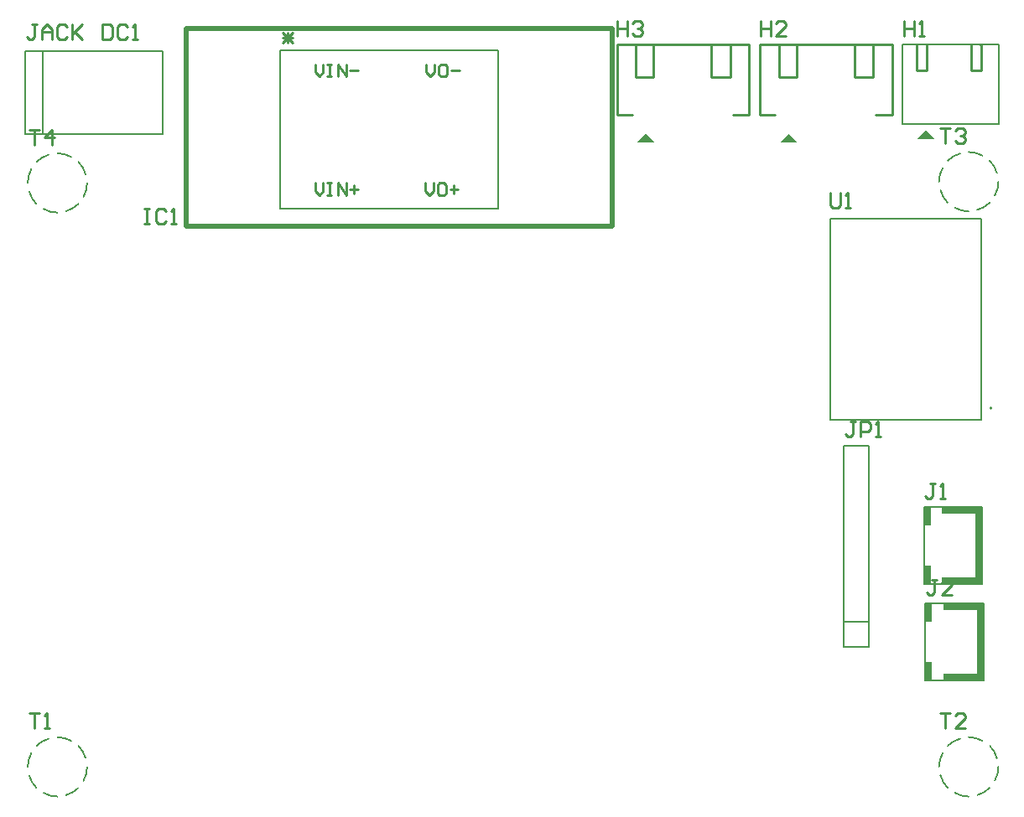
<source format=gto>
G04*
G04 #@! TF.GenerationSoftware,Altium Limited,Altium Designer,22.10.1 (41)*
G04*
G04 Layer_Color=65535*
%FSLAX24Y24*%
%MOIN*%
G70*
G04*
G04 #@! TF.SameCoordinates,5266F301-D4F6-43A7-B3E8-B4584DB96D65*
G04*
G04*
G04 #@! TF.FilePolarity,Positive*
G04*
G01*
G75*
%ADD10C,0.0079*%
%ADD11C,0.0100*%
%ADD12C,0.0197*%
%ADD13C,0.0070*%
%ADD14C,0.0050*%
%ADD15R,0.0276X0.0748*%
%ADD16R,0.1614X0.0276*%
%ADD17R,0.0276X0.3071*%
G36*
X36906Y38752D02*
X37616D01*
X37266Y39102D01*
Y39112D01*
X36906Y38752D01*
D02*
G37*
G36*
X42598D02*
X43308D01*
X42958Y39102D01*
Y39112D01*
X42598Y38752D01*
D02*
G37*
G36*
X48036Y38912D02*
X48746D01*
X48396Y39262D01*
Y39272D01*
X48036Y38912D01*
D02*
G37*
D10*
X14426Y14958D02*
G03*
X13875Y15106I-551J-955D01*
G01*
X13534Y15045D02*
G03*
X13040Y14760I285J-1065D01*
G01*
X12841Y14476D02*
G03*
X12694Y13925I955J-551D01*
G01*
X12754Y13584D02*
G03*
X13040Y13090I1065J285D01*
G01*
X13324Y12891D02*
G03*
X13875Y12744I551J955D01*
G01*
X14216Y12804D02*
G03*
X14710Y13090I-285J1065D01*
G01*
X14908Y13374D02*
G03*
X15056Y13925I-955J551D01*
G01*
X14995Y14266D02*
G03*
X14710Y14760I-1065J-285D01*
G01*
X51216Y14266D02*
G03*
X50930Y14760I-1065J-285D01*
G01*
X51129Y13374D02*
G03*
X51276Y13925I-955J551D01*
G01*
X50436Y12804D02*
G03*
X50930Y13090I-285J1065D01*
G01*
X49544Y12891D02*
G03*
X50095Y12744I551J955D01*
G01*
X48975Y13584D02*
G03*
X49260Y13090I1065J285D01*
G01*
X49062Y14476D02*
G03*
X48914Y13925I955J-551D01*
G01*
X49754Y15045D02*
G03*
X49260Y14760I285J-1065D01*
G01*
X50646Y14958D02*
G03*
X50095Y15106I-551J-955D01*
G01*
X51216Y37543D02*
G03*
X50930Y38038I-1065J-285D01*
G01*
X51129Y36651D02*
G03*
X51276Y37202I-955J551D01*
G01*
X50436Y36082D02*
G03*
X50930Y36367I-285J1065D01*
G01*
X49544Y36169D02*
G03*
X50095Y36021I551J955D01*
G01*
X48975Y36861D02*
G03*
X49260Y36367I1065J285D01*
G01*
X49062Y37754D02*
G03*
X48914Y37202I955J-551D01*
G01*
X49754Y38323D02*
G03*
X49260Y38038I285J-1065D01*
G01*
X50646Y38236D02*
G03*
X50095Y38383I-551J-955D01*
G01*
X14995Y37494D02*
G03*
X14710Y37988I-1065J-285D01*
G01*
X14908Y36602D02*
G03*
X15056Y37153I-955J551D01*
G01*
X14216Y36033D02*
G03*
X14710Y36318I-285J1065D01*
G01*
X13324Y36120D02*
G03*
X13875Y35972I551J955D01*
G01*
X12754Y36812D02*
G03*
X13040Y36318I1065J285D01*
G01*
X12841Y37704D02*
G03*
X12694Y37153I955J-551D01*
G01*
X13534Y38274D02*
G03*
X13040Y37988I285J-1065D01*
G01*
X14426Y38187D02*
G03*
X13875Y38334I-551J-955D01*
G01*
X51011Y28196D02*
G03*
X51011Y28196I-39J0D01*
G01*
X47461Y39507D02*
Y42657D01*
X51291D01*
Y39507D02*
Y42657D01*
X47461Y39507D02*
X51291D01*
X45117Y19708D02*
X46117D01*
X45117Y26708D02*
X46117D01*
Y18708D02*
Y26708D01*
X45117Y18708D02*
X46117D01*
X45117D02*
Y26708D01*
X48314Y21198D02*
X50637Y21198D01*
X48314Y24269D02*
X50637Y24269D01*
X48314Y21198D02*
Y24269D01*
X50637Y21198D02*
Y24269D01*
X48363Y17360D02*
X50686Y17360D01*
X48363Y20431D02*
X50686Y20431D01*
X48363Y17360D02*
Y20431D01*
X50686Y17360D02*
Y20431D01*
D11*
X48031Y41627D02*
G03*
X48041Y41617I10J0D01*
G01*
X50581Y42627D02*
G03*
X50591Y42637I0J10D01*
G01*
Y42617D02*
G03*
X50581Y42627I-10J0D01*
G01*
X48021Y41617D02*
Y42617D01*
Y41617D02*
X48431D01*
Y42637D01*
X50591Y41627D02*
Y42617D01*
X50181Y41627D02*
X50591D01*
X50181D02*
Y42647D01*
X41803D02*
X47043D01*
X41803Y39847D02*
Y42647D01*
X47043Y39847D02*
Y42647D01*
X42553Y41347D02*
Y42597D01*
Y41347D02*
X43253D01*
Y42647D01*
X45553Y41347D02*
Y42647D01*
Y41347D02*
X46303D01*
Y42647D01*
X46403Y39847D02*
X47043D01*
X41803D02*
X42403D01*
X36111D02*
X36711D01*
X40711D02*
X41351D01*
X40611Y41347D02*
Y42647D01*
X39861Y41347D02*
X40611D01*
X39861D02*
Y42647D01*
X37561Y41347D02*
Y42647D01*
X36861Y41347D02*
X37561D01*
X36861D02*
Y42597D01*
X41351Y39847D02*
Y42647D01*
X36111Y39847D02*
Y42647D01*
X41351D01*
X12750Y16050D02*
X13150D01*
X12950D01*
Y15450D01*
X13350D02*
X13550D01*
X13450D01*
Y16050D01*
X13350Y15950D01*
X48970Y16050D02*
X49370D01*
X49170D01*
Y15450D01*
X49970D02*
X49570D01*
X49970Y15850D01*
Y15950D01*
X49870Y16050D01*
X49670D01*
X49570Y15950D01*
X48970Y39320D02*
X49370D01*
X49170D01*
Y38720D01*
X49570Y39220D02*
X49670Y39320D01*
X49870D01*
X49970Y39220D01*
Y39120D01*
X49870Y39020D01*
X49770D01*
X49870D01*
X49970Y38920D01*
Y38820D01*
X49870Y38720D01*
X49670D01*
X49570Y38820D01*
X12750Y39270D02*
X13150D01*
X12950D01*
Y38670D01*
X13650D02*
Y39270D01*
X13350Y38970D01*
X13750D01*
X24113Y37155D02*
Y36827D01*
X24277Y36663D01*
X24441Y36827D01*
Y37155D01*
X24605D02*
X24769D01*
X24687D01*
Y36663D01*
X24605D01*
X24769D01*
X25015D02*
Y37155D01*
X25343Y36663D01*
Y37155D01*
X25507Y36909D02*
X25834D01*
X25670Y37073D02*
Y36745D01*
X24113Y41879D02*
Y41551D01*
X24277Y41387D01*
X24441Y41551D01*
Y41879D01*
X24605D02*
X24769D01*
X24687D01*
Y41387D01*
X24605D01*
X24769D01*
X25015D02*
Y41879D01*
X25343Y41387D01*
Y41879D01*
X25507Y41633D02*
X25834D01*
X28542Y41879D02*
Y41551D01*
X28706Y41387D01*
X28870Y41551D01*
Y41879D01*
X29280D02*
X29116D01*
X29034Y41797D01*
Y41469D01*
X29116Y41387D01*
X29280D01*
X29362Y41469D01*
Y41797D01*
X29280Y41879D01*
X29526Y41633D02*
X29854D01*
X28493Y37155D02*
Y36827D01*
X28657Y36663D01*
X28821Y36827D01*
Y37155D01*
X29230D02*
X29066D01*
X28984Y37073D01*
Y36745D01*
X29066Y36663D01*
X29230D01*
X29312Y36745D01*
Y37073D01*
X29230Y37155D01*
X29476Y36909D02*
X29804D01*
X29640Y37073D02*
Y36745D01*
X41830Y43600D02*
Y43000D01*
Y43300D01*
X42230D01*
Y43600D01*
Y43000D01*
X42830D02*
X42430D01*
X42830Y43400D01*
Y43500D01*
X42730Y43600D01*
X42530D01*
X42430Y43500D01*
X17310Y36124D02*
X17510D01*
X17410D01*
Y35525D01*
X17310D01*
X17510D01*
X18209Y36024D02*
X18109Y36124D01*
X17909D01*
X17809Y36024D01*
Y35624D01*
X17909Y35525D01*
X18109D01*
X18209Y35624D01*
X18409Y35525D02*
X18609D01*
X18509D01*
Y36124D01*
X18409Y36024D01*
X45580Y27650D02*
X45380D01*
X45480D01*
Y27150D01*
X45380Y27050D01*
X45280D01*
X45180Y27150D01*
X45780Y27050D02*
Y27650D01*
X46080D01*
X46180Y27550D01*
Y27350D01*
X46080Y27250D01*
X45780D01*
X46380Y27050D02*
X46580D01*
X46480D01*
Y27650D01*
X46380Y27550D01*
X48820Y21370D02*
X48620D01*
X48720D01*
Y20870D01*
X48620Y20770D01*
X48520D01*
X48420Y20870D01*
X49420Y20770D02*
X49020D01*
X49420Y21170D01*
Y21270D01*
X49320Y21370D01*
X49120D01*
X49020Y21270D01*
X48770Y25210D02*
X48570D01*
X48670D01*
Y24710D01*
X48570Y24610D01*
X48470D01*
X48370Y24710D01*
X48970Y24610D02*
X49170D01*
X49070D01*
Y25210D01*
X48970Y25110D01*
X44580Y36750D02*
Y36250D01*
X44680Y36150D01*
X44880D01*
X44980Y36250D01*
Y36750D01*
X45180Y36150D02*
X45380D01*
X45280D01*
Y36750D01*
X45180Y36650D01*
X13060Y43480D02*
X12860D01*
X12960D01*
Y42980D01*
X12860Y42880D01*
X12760D01*
X12660Y42980D01*
X13260Y42880D02*
Y43280D01*
X13460Y43480D01*
X13660Y43280D01*
Y42880D01*
Y43180D01*
X13260D01*
X14259Y43380D02*
X14160Y43480D01*
X13960D01*
X13860Y43380D01*
Y42980D01*
X13960Y42880D01*
X14160D01*
X14259Y42980D01*
X14459Y43480D02*
Y42880D01*
Y43080D01*
X14859Y43480D01*
X14559Y43180D01*
X14859Y42880D01*
X15659Y43480D02*
Y42880D01*
X15959D01*
X16059Y42980D01*
Y43380D01*
X15959Y43480D01*
X15659D01*
X16659Y43380D02*
X16559Y43480D01*
X16359D01*
X16259Y43380D01*
Y42980D01*
X16359Y42880D01*
X16559D01*
X16659Y42980D01*
X16859Y42880D02*
X17059D01*
X16959D01*
Y43480D01*
X16859Y43380D01*
X36140Y43600D02*
Y43000D01*
Y43300D01*
X36540D01*
Y43600D01*
Y43000D01*
X36740Y43500D02*
X36840Y43600D01*
X37040D01*
X37140Y43500D01*
Y43400D01*
X37040Y43300D01*
X36940D01*
X37040D01*
X37140Y43200D01*
Y43100D01*
X37040Y43000D01*
X36840D01*
X36740Y43100D01*
X47520Y43600D02*
Y43000D01*
Y43300D01*
X47920D01*
Y43600D01*
Y43000D01*
X48120D02*
X48320D01*
X48220D01*
Y43600D01*
X48120Y43500D01*
X22810Y43140D02*
X23210Y42740D01*
X22810D02*
X23210Y43140D01*
X22810Y42940D02*
X23210D01*
X23010Y42740D02*
Y43140D01*
D12*
X18993Y35431D02*
X18993Y43305D01*
X18993Y35431D02*
X35922D01*
Y43305D01*
X18993Y43305D02*
X35922Y43305D01*
D13*
X12597Y39093D02*
Y42393D01*
X18047Y39093D02*
Y42393D01*
X12597D02*
X18047D01*
X12597Y39093D02*
X18047D01*
X13297D02*
Y42393D01*
D14*
X22733Y36120D02*
Y42419D01*
X31394D01*
Y36120D02*
Y42419D01*
X22733Y36120D02*
X31394D01*
X44585Y27740D02*
X50585D01*
Y35740D01*
X44585Y27740D02*
Y35740D01*
X50585D01*
D15*
X48452Y21572D02*
D03*
Y23895D02*
D03*
X48501Y17734D02*
D03*
Y20057D02*
D03*
D16*
X49830Y21336D02*
D03*
Y24131D02*
D03*
X49879Y17498D02*
D03*
Y20293D02*
D03*
D17*
X50499Y22734D02*
D03*
X50548Y18895D02*
D03*
M02*

</source>
